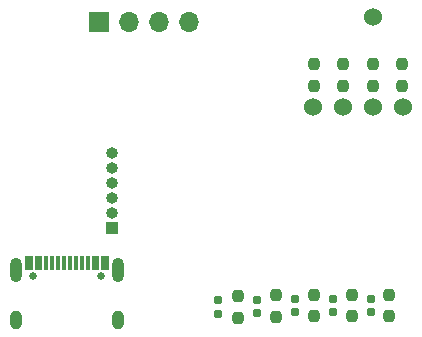
<source format=gbr>
%TF.GenerationSoftware,KiCad,Pcbnew,7.0.5*%
%TF.CreationDate,2023-07-02T21:33:01+09:00*%
%TF.ProjectId,robotrace_v2_Extended_UI,726f626f-7472-4616-9365-5f76325f4578,rev?*%
%TF.SameCoordinates,Original*%
%TF.FileFunction,Soldermask,Bot*%
%TF.FilePolarity,Negative*%
%FSLAX46Y46*%
G04 Gerber Fmt 4.6, Leading zero omitted, Abs format (unit mm)*
G04 Created by KiCad (PCBNEW 7.0.5) date 2023-07-02 21:33:01*
%MOMM*%
%LPD*%
G01*
G04 APERTURE LIST*
G04 Aperture macros list*
%AMRoundRect*
0 Rectangle with rounded corners*
0 $1 Rounding radius*
0 $2 $3 $4 $5 $6 $7 $8 $9 X,Y pos of 4 corners*
0 Add a 4 corners polygon primitive as box body*
4,1,4,$2,$3,$4,$5,$6,$7,$8,$9,$2,$3,0*
0 Add four circle primitives for the rounded corners*
1,1,$1+$1,$2,$3*
1,1,$1+$1,$4,$5*
1,1,$1+$1,$6,$7*
1,1,$1+$1,$8,$9*
0 Add four rect primitives between the rounded corners*
20,1,$1+$1,$2,$3,$4,$5,0*
20,1,$1+$1,$4,$5,$6,$7,0*
20,1,$1+$1,$6,$7,$8,$9,0*
20,1,$1+$1,$8,$9,$2,$3,0*%
G04 Aperture macros list end*
%ADD10O,1.700000X1.700000*%
%ADD11R,1.700000X1.700000*%
%ADD12RoundRect,0.237500X0.237500X-0.250000X0.237500X0.250000X-0.237500X0.250000X-0.237500X-0.250000X0*%
%ADD13RoundRect,0.237500X-0.237500X0.250000X-0.237500X-0.250000X0.237500X-0.250000X0.237500X0.250000X0*%
%ADD14RoundRect,0.155000X-0.155000X0.212500X-0.155000X-0.212500X0.155000X-0.212500X0.155000X0.212500X0*%
%ADD15O,1.000000X2.100000*%
%ADD16O,1.000000X1.600000*%
%ADD17R,0.300000X1.150000*%
%ADD18C,0.650000*%
%ADD19O,1.000000X1.000000*%
%ADD20R,1.000000X1.000000*%
%ADD21C,1.524000*%
G04 APERTURE END LIST*
D10*
%TO.C,J2*%
X148120000Y-93000000D03*
X145580000Y-93000000D03*
X143040000Y-93000000D03*
D11*
X140500000Y-93000000D03*
%TD*%
D12*
%TO.C,R1*%
X152300000Y-118023389D03*
X152300000Y-116198389D03*
%TD*%
D13*
%TO.C,R9*%
X158700000Y-96567500D03*
X158700000Y-98392500D03*
%TD*%
D12*
%TO.C,R3*%
X158700000Y-117892500D03*
X158700000Y-116067500D03*
%TD*%
%TO.C,R5*%
X165100000Y-117892500D03*
X165100000Y-116067500D03*
%TD*%
D13*
%TO.C,R8*%
X161200000Y-96567500D03*
X161200000Y-98392500D03*
%TD*%
D14*
%TO.C,C3*%
X157100000Y-116443389D03*
X157100000Y-117578389D03*
%TD*%
D15*
%TO.C,J3*%
X133480000Y-113995000D03*
D16*
X133480000Y-118175000D03*
D15*
X142120000Y-113995000D03*
D16*
X142120000Y-118175000D03*
D17*
X140850000Y-113430000D03*
X140050000Y-113430000D03*
X139550000Y-113430000D03*
X138550000Y-113430000D03*
X137050000Y-113430000D03*
X136050000Y-113430000D03*
X135550000Y-113430000D03*
X134750000Y-113430000D03*
X134450000Y-113430000D03*
X135250000Y-113430000D03*
X136550000Y-113430000D03*
X137550000Y-113430000D03*
X138050000Y-113430000D03*
X139050000Y-113430000D03*
X140350000Y-113430000D03*
X141150000Y-113430000D03*
D18*
X134910000Y-114495000D03*
X140690000Y-114495000D03*
%TD*%
D13*
%TO.C,R7*%
X163700000Y-96567500D03*
X163700000Y-98392500D03*
%TD*%
D14*
%TO.C,C2*%
X153900000Y-116506778D03*
X153900000Y-117641778D03*
%TD*%
D12*
%TO.C,R4*%
X161900000Y-117892500D03*
X161900000Y-116067500D03*
%TD*%
D19*
%TO.C,J4*%
X141600000Y-104050000D03*
X141600000Y-105320000D03*
X141600000Y-106590000D03*
X141600000Y-107860000D03*
X141600000Y-109130000D03*
D20*
X141600000Y-110400000D03*
%TD*%
D14*
%TO.C,C1*%
X150600000Y-116543389D03*
X150600000Y-117678389D03*
%TD*%
D12*
%TO.C,R2*%
X155500000Y-117923389D03*
X155500000Y-116098389D03*
%TD*%
D14*
%TO.C,C5*%
X163500000Y-116443389D03*
X163500000Y-117578389D03*
%TD*%
D13*
%TO.C,R6*%
X166200000Y-96567500D03*
X166200000Y-98392500D03*
%TD*%
D14*
%TO.C,C4*%
X160300000Y-116443389D03*
X160300000Y-117578389D03*
%TD*%
D21*
%TO.C,SW2*%
X166240000Y-100192500D03*
X163700000Y-100192500D03*
X161160000Y-100192500D03*
X158620000Y-100192500D03*
X163700000Y-92572500D03*
%TD*%
M02*

</source>
